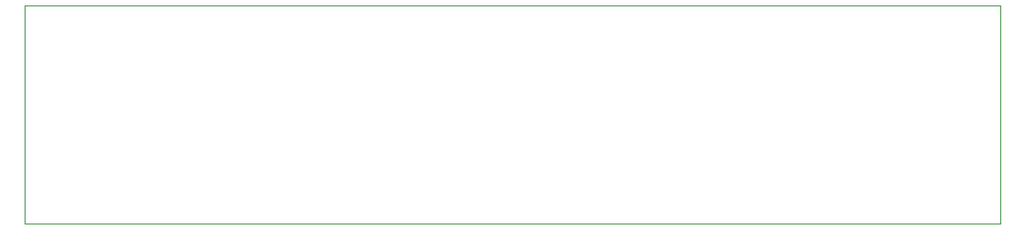
<source format=gbr>
G04 #@! TF.GenerationSoftware,KiCad,Pcbnew,(5.1.9)-1*
G04 #@! TF.CreationDate,2021-02-09T21:25:51+02:00*
G04 #@! TF.ProjectId,jantteri-secondary,6a616e74-7465-4726-992d-7365636f6e64,rev?*
G04 #@! TF.SameCoordinates,Original*
G04 #@! TF.FileFunction,Profile,NP*
%FSLAX46Y46*%
G04 Gerber Fmt 4.6, Leading zero omitted, Abs format (unit mm)*
G04 Created by KiCad (PCBNEW (5.1.9)-1) date 2021-02-09 21:25:51*
%MOMM*%
%LPD*%
G01*
G04 APERTURE LIST*
G04 #@! TA.AperFunction,Profile*
%ADD10C,0.050000*%
G04 #@! TD*
G04 APERTURE END LIST*
D10*
X141351000Y-83820000D02*
X141351000Y-82550000D01*
X112522000Y-83820000D02*
X141351000Y-83820000D01*
X50800000Y-83820000D02*
X50800000Y-82550000D01*
X141351000Y-63500000D02*
X50800000Y-63500000D01*
X141351000Y-82550000D02*
X141351000Y-63500000D01*
X50800000Y-83820000D02*
X112522000Y-83820000D01*
X50800000Y-63500000D02*
X50800000Y-82550000D01*
M02*

</source>
